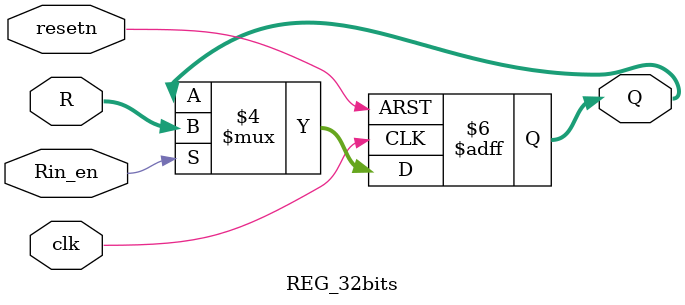
<source format=sv>
module REG_32bits 
#(parameter n = 32)
(
	input [n-1:0] R,
	input Rin_en, clk, resetn,
	output reg [n-1:0] Q
);

always @(posedge clk or negedge resetn) begin
	if (!resetn) begin								// resetn = 0, REG = 0x00
			Q <= {n{1'b0}};
		end
		else 
	if (Rin_en == 1'b1) begin						// if Rin_en = 1, allow to write DATA
			Q <= R;										// Update data in Q = R
	end
end

endmodule

</source>
